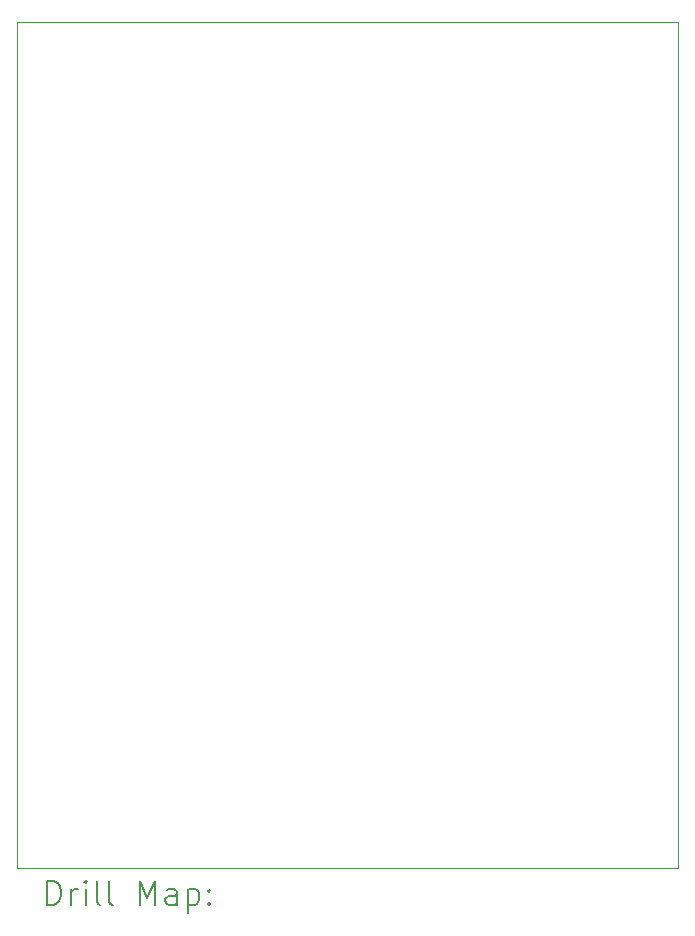
<source format=gbr>
%TF.GenerationSoftware,KiCad,Pcbnew,8.0.4*%
%TF.CreationDate,2024-09-21T16:00:35+01:00*%
%TF.ProjectId,AmigaDualFloppyInterface,416d6967-6144-4756-916c-466c6f707079,1.0*%
%TF.SameCoordinates,Original*%
%TF.FileFunction,Drillmap*%
%TF.FilePolarity,Positive*%
%FSLAX45Y45*%
G04 Gerber Fmt 4.5, Leading zero omitted, Abs format (unit mm)*
G04 Created by KiCad (PCBNEW 8.0.4) date 2024-09-21 16:00:35*
%MOMM*%
%LPD*%
G01*
G04 APERTURE LIST*
%ADD10C,0.050000*%
%ADD11C,0.200000*%
G04 APERTURE END LIST*
D10*
X11400000Y-13800000D02*
X5800000Y-13800000D01*
X5800000Y-6641141D01*
X11400000Y-6641141D01*
X11400000Y-13800000D01*
D11*
X6058277Y-14113984D02*
X6058277Y-13913984D01*
X6058277Y-13913984D02*
X6105896Y-13913984D01*
X6105896Y-13913984D02*
X6134467Y-13923508D01*
X6134467Y-13923508D02*
X6153515Y-13942555D01*
X6153515Y-13942555D02*
X6163039Y-13961603D01*
X6163039Y-13961603D02*
X6172562Y-13999698D01*
X6172562Y-13999698D02*
X6172562Y-14028269D01*
X6172562Y-14028269D02*
X6163039Y-14066365D01*
X6163039Y-14066365D02*
X6153515Y-14085412D01*
X6153515Y-14085412D02*
X6134467Y-14104460D01*
X6134467Y-14104460D02*
X6105896Y-14113984D01*
X6105896Y-14113984D02*
X6058277Y-14113984D01*
X6258277Y-14113984D02*
X6258277Y-13980650D01*
X6258277Y-14018746D02*
X6267801Y-13999698D01*
X6267801Y-13999698D02*
X6277324Y-13990174D01*
X6277324Y-13990174D02*
X6296372Y-13980650D01*
X6296372Y-13980650D02*
X6315420Y-13980650D01*
X6382086Y-14113984D02*
X6382086Y-13980650D01*
X6382086Y-13913984D02*
X6372562Y-13923508D01*
X6372562Y-13923508D02*
X6382086Y-13933031D01*
X6382086Y-13933031D02*
X6391610Y-13923508D01*
X6391610Y-13923508D02*
X6382086Y-13913984D01*
X6382086Y-13913984D02*
X6382086Y-13933031D01*
X6505896Y-14113984D02*
X6486848Y-14104460D01*
X6486848Y-14104460D02*
X6477324Y-14085412D01*
X6477324Y-14085412D02*
X6477324Y-13913984D01*
X6610658Y-14113984D02*
X6591610Y-14104460D01*
X6591610Y-14104460D02*
X6582086Y-14085412D01*
X6582086Y-14085412D02*
X6582086Y-13913984D01*
X6839229Y-14113984D02*
X6839229Y-13913984D01*
X6839229Y-13913984D02*
X6905896Y-14056841D01*
X6905896Y-14056841D02*
X6972562Y-13913984D01*
X6972562Y-13913984D02*
X6972562Y-14113984D01*
X7153515Y-14113984D02*
X7153515Y-14009222D01*
X7153515Y-14009222D02*
X7143991Y-13990174D01*
X7143991Y-13990174D02*
X7124943Y-13980650D01*
X7124943Y-13980650D02*
X7086848Y-13980650D01*
X7086848Y-13980650D02*
X7067801Y-13990174D01*
X7153515Y-14104460D02*
X7134467Y-14113984D01*
X7134467Y-14113984D02*
X7086848Y-14113984D01*
X7086848Y-14113984D02*
X7067801Y-14104460D01*
X7067801Y-14104460D02*
X7058277Y-14085412D01*
X7058277Y-14085412D02*
X7058277Y-14066365D01*
X7058277Y-14066365D02*
X7067801Y-14047317D01*
X7067801Y-14047317D02*
X7086848Y-14037793D01*
X7086848Y-14037793D02*
X7134467Y-14037793D01*
X7134467Y-14037793D02*
X7153515Y-14028269D01*
X7248753Y-13980650D02*
X7248753Y-14180650D01*
X7248753Y-13990174D02*
X7267801Y-13980650D01*
X7267801Y-13980650D02*
X7305896Y-13980650D01*
X7305896Y-13980650D02*
X7324943Y-13990174D01*
X7324943Y-13990174D02*
X7334467Y-13999698D01*
X7334467Y-13999698D02*
X7343991Y-14018746D01*
X7343991Y-14018746D02*
X7343991Y-14075888D01*
X7343991Y-14075888D02*
X7334467Y-14094936D01*
X7334467Y-14094936D02*
X7324943Y-14104460D01*
X7324943Y-14104460D02*
X7305896Y-14113984D01*
X7305896Y-14113984D02*
X7267801Y-14113984D01*
X7267801Y-14113984D02*
X7248753Y-14104460D01*
X7429705Y-14094936D02*
X7439229Y-14104460D01*
X7439229Y-14104460D02*
X7429705Y-14113984D01*
X7429705Y-14113984D02*
X7420182Y-14104460D01*
X7420182Y-14104460D02*
X7429705Y-14094936D01*
X7429705Y-14094936D02*
X7429705Y-14113984D01*
X7429705Y-13990174D02*
X7439229Y-13999698D01*
X7439229Y-13999698D02*
X7429705Y-14009222D01*
X7429705Y-14009222D02*
X7420182Y-13999698D01*
X7420182Y-13999698D02*
X7429705Y-13990174D01*
X7429705Y-13990174D02*
X7429705Y-14009222D01*
M02*

</source>
